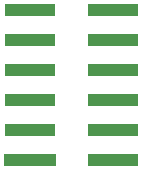
<source format=gbr>
%TF.GenerationSoftware,Altium Limited,Altium Designer,24.2.2 (26)*%
G04 Layer_Color=128*
%FSLAX45Y45*%
%MOMM*%
%TF.SameCoordinates,B44B2995-802D-4FBC-A6AD-B2E30319FF36*%
%TF.FilePolarity,Positive*%
%TF.FileFunction,Paste,Bot*%
%TF.Part,Single*%
G01*
G75*
%TA.AperFunction,SMDPad,CuDef*%
%ADD47R,4.32000X1.00000*%
%ADD48R,4.50000X1.00000*%
D47*
X5965400Y2540000D02*
D03*
Y2794000D02*
D03*
Y3048000D02*
D03*
Y3302000D02*
D03*
Y3556000D02*
D03*
Y3810000D02*
D03*
X5261400D02*
D03*
Y3556000D02*
D03*
Y3302000D02*
D03*
Y3048000D02*
D03*
Y2794000D02*
D03*
D48*
Y2540000D02*
D03*
%TF.MD5,afd021726830d04ada6b26a544100b0e*%
M02*

</source>
